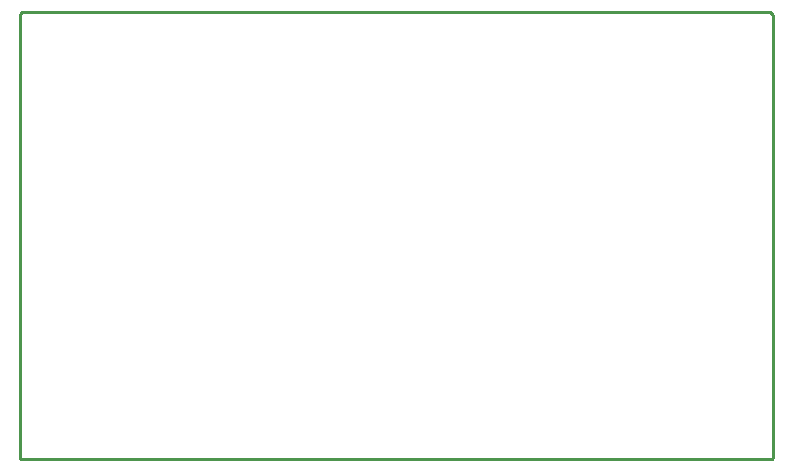
<source format=gko>
G04 Layer_Color=16711935*
%FSLAX25Y25*%
%MOIN*%
G70*
G01*
G75*
%ADD12C,0.01000*%
D12*
X160500Y333500D02*
X410000D01*
X411000Y332500D01*
Y185000D02*
Y332500D01*
X410500Y184500D02*
X411000Y185000D01*
X167500Y184500D02*
X410500D01*
X160000D02*
X167500D01*
X160000D02*
Y333000D01*
X160500Y333500D01*
M02*

</source>
